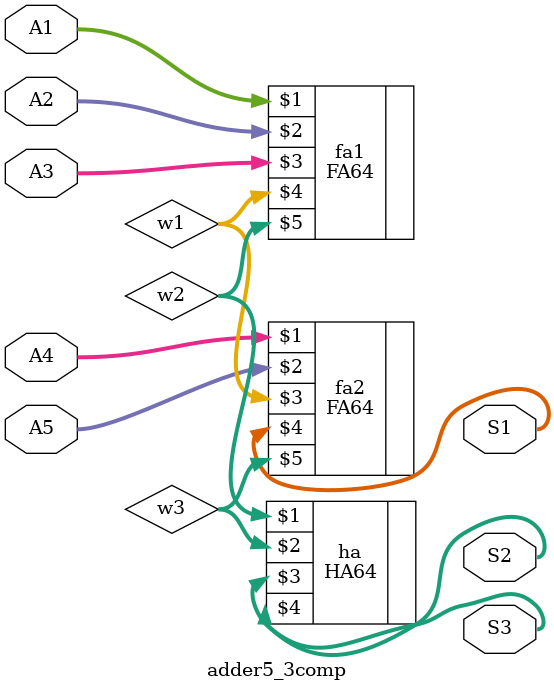
<source format=v>
`timescale 1ns / 1ps
module adder5_3comp(
    input [63:0] A1,
    input [63:0] A2,
    input [63:0] A3,
    input [63:0] A4,
    input [63:0] A5,
    output [63:0] S1,
    output [63:0] S2,
    output [63:0] S3
    );

	wire [63:0] w1, w2, w3;
	
	FA64 fa1 (A1, A2, A3, w1, w2);
	FA64 fa2 (A4, A5, w1, S1, w3);
	
	HA64 ha (w2, w3, S2, S3);

endmodule

</source>
